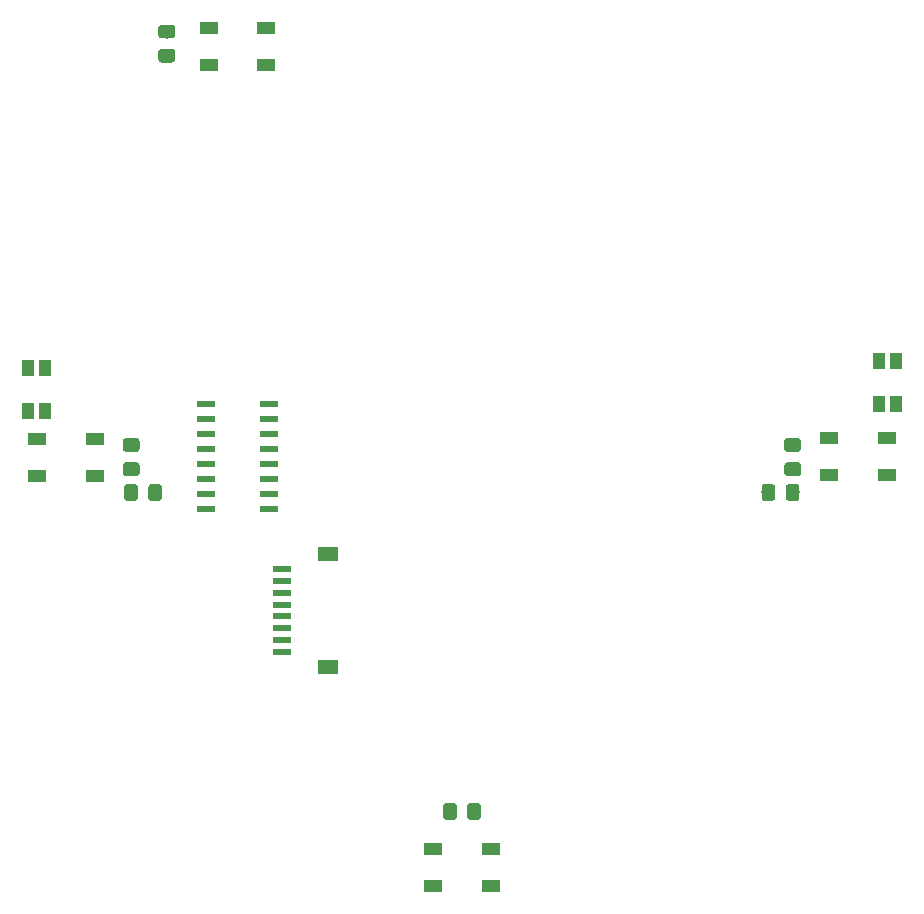
<source format=gbr>
G04 #@! TF.GenerationSoftware,KiCad,Pcbnew,(5.0.0)*
G04 #@! TF.CreationDate,2018-11-06T14:21:20+09:00*
G04 #@! TF.ProjectId,handheld_machine_back,68616E6468656C645F6D616368696E65,rev?*
G04 #@! TF.SameCoordinates,Original*
G04 #@! TF.FileFunction,Paste,Top*
G04 #@! TF.FilePolarity,Positive*
%FSLAX46Y46*%
G04 Gerber Fmt 4.6, Leading zero omitted, Abs format (unit mm)*
G04 Created by KiCad (PCBNEW (5.0.0)) date 11/06/18 14:21:20*
%MOMM*%
%LPD*%
G01*
G04 APERTURE LIST*
%ADD10C,0.100000*%
%ADD11C,1.150000*%
%ADD12R,1.050000X1.400000*%
%ADD13R,1.500000X0.600000*%
%ADD14R,1.500000X1.000000*%
%ADD15R,1.800000X1.200000*%
%ADD16R,1.550000X0.600000*%
G04 APERTURE END LIST*
D10*
G04 #@! TO.C,R1*
G36*
X166349505Y-114301204D02*
X166373773Y-114304804D01*
X166397572Y-114310765D01*
X166420671Y-114319030D01*
X166442850Y-114329520D01*
X166463893Y-114342132D01*
X166483599Y-114356747D01*
X166501777Y-114373223D01*
X166518253Y-114391401D01*
X166532868Y-114411107D01*
X166545480Y-114432150D01*
X166555970Y-114454329D01*
X166564235Y-114477428D01*
X166570196Y-114501227D01*
X166573796Y-114525495D01*
X166575000Y-114549999D01*
X166575000Y-115450001D01*
X166573796Y-115474505D01*
X166570196Y-115498773D01*
X166564235Y-115522572D01*
X166555970Y-115545671D01*
X166545480Y-115567850D01*
X166532868Y-115588893D01*
X166518253Y-115608599D01*
X166501777Y-115626777D01*
X166483599Y-115643253D01*
X166463893Y-115657868D01*
X166442850Y-115670480D01*
X166420671Y-115680970D01*
X166397572Y-115689235D01*
X166373773Y-115695196D01*
X166349505Y-115698796D01*
X166325001Y-115700000D01*
X165674999Y-115700000D01*
X165650495Y-115698796D01*
X165626227Y-115695196D01*
X165602428Y-115689235D01*
X165579329Y-115680970D01*
X165557150Y-115670480D01*
X165536107Y-115657868D01*
X165516401Y-115643253D01*
X165498223Y-115626777D01*
X165481747Y-115608599D01*
X165467132Y-115588893D01*
X165454520Y-115567850D01*
X165444030Y-115545671D01*
X165435765Y-115522572D01*
X165429804Y-115498773D01*
X165426204Y-115474505D01*
X165425000Y-115450001D01*
X165425000Y-114549999D01*
X165426204Y-114525495D01*
X165429804Y-114501227D01*
X165435765Y-114477428D01*
X165444030Y-114454329D01*
X165454520Y-114432150D01*
X165467132Y-114411107D01*
X165481747Y-114391401D01*
X165498223Y-114373223D01*
X165516401Y-114356747D01*
X165536107Y-114342132D01*
X165557150Y-114329520D01*
X165579329Y-114319030D01*
X165602428Y-114310765D01*
X165626227Y-114304804D01*
X165650495Y-114301204D01*
X165674999Y-114300000D01*
X166325001Y-114300000D01*
X166349505Y-114301204D01*
X166349505Y-114301204D01*
G37*
D11*
X166000000Y-115000000D03*
D10*
G36*
X164299505Y-114301204D02*
X164323773Y-114304804D01*
X164347572Y-114310765D01*
X164370671Y-114319030D01*
X164392850Y-114329520D01*
X164413893Y-114342132D01*
X164433599Y-114356747D01*
X164451777Y-114373223D01*
X164468253Y-114391401D01*
X164482868Y-114411107D01*
X164495480Y-114432150D01*
X164505970Y-114454329D01*
X164514235Y-114477428D01*
X164520196Y-114501227D01*
X164523796Y-114525495D01*
X164525000Y-114549999D01*
X164525000Y-115450001D01*
X164523796Y-115474505D01*
X164520196Y-115498773D01*
X164514235Y-115522572D01*
X164505970Y-115545671D01*
X164495480Y-115567850D01*
X164482868Y-115588893D01*
X164468253Y-115608599D01*
X164451777Y-115626777D01*
X164433599Y-115643253D01*
X164413893Y-115657868D01*
X164392850Y-115670480D01*
X164370671Y-115680970D01*
X164347572Y-115689235D01*
X164323773Y-115695196D01*
X164299505Y-115698796D01*
X164275001Y-115700000D01*
X163624999Y-115700000D01*
X163600495Y-115698796D01*
X163576227Y-115695196D01*
X163552428Y-115689235D01*
X163529329Y-115680970D01*
X163507150Y-115670480D01*
X163486107Y-115657868D01*
X163466401Y-115643253D01*
X163448223Y-115626777D01*
X163431747Y-115608599D01*
X163417132Y-115588893D01*
X163404520Y-115567850D01*
X163394030Y-115545671D01*
X163385765Y-115522572D01*
X163379804Y-115498773D01*
X163376204Y-115474505D01*
X163375000Y-115450001D01*
X163375000Y-114549999D01*
X163376204Y-114525495D01*
X163379804Y-114501227D01*
X163385765Y-114477428D01*
X163394030Y-114454329D01*
X163404520Y-114432150D01*
X163417132Y-114411107D01*
X163431747Y-114391401D01*
X163448223Y-114373223D01*
X163466401Y-114356747D01*
X163486107Y-114342132D01*
X163507150Y-114329520D01*
X163529329Y-114319030D01*
X163552428Y-114310765D01*
X163576227Y-114304804D01*
X163600495Y-114301204D01*
X163624999Y-114300000D01*
X164275001Y-114300000D01*
X164299505Y-114301204D01*
X164299505Y-114301204D01*
G37*
D11*
X163950000Y-115000000D03*
G04 #@! TD*
D10*
G04 #@! TO.C,R2*
G36*
X112374505Y-114301204D02*
X112398773Y-114304804D01*
X112422572Y-114310765D01*
X112445671Y-114319030D01*
X112467850Y-114329520D01*
X112488893Y-114342132D01*
X112508599Y-114356747D01*
X112526777Y-114373223D01*
X112543253Y-114391401D01*
X112557868Y-114411107D01*
X112570480Y-114432150D01*
X112580970Y-114454329D01*
X112589235Y-114477428D01*
X112595196Y-114501227D01*
X112598796Y-114525495D01*
X112600000Y-114549999D01*
X112600000Y-115450001D01*
X112598796Y-115474505D01*
X112595196Y-115498773D01*
X112589235Y-115522572D01*
X112580970Y-115545671D01*
X112570480Y-115567850D01*
X112557868Y-115588893D01*
X112543253Y-115608599D01*
X112526777Y-115626777D01*
X112508599Y-115643253D01*
X112488893Y-115657868D01*
X112467850Y-115670480D01*
X112445671Y-115680970D01*
X112422572Y-115689235D01*
X112398773Y-115695196D01*
X112374505Y-115698796D01*
X112350001Y-115700000D01*
X111699999Y-115700000D01*
X111675495Y-115698796D01*
X111651227Y-115695196D01*
X111627428Y-115689235D01*
X111604329Y-115680970D01*
X111582150Y-115670480D01*
X111561107Y-115657868D01*
X111541401Y-115643253D01*
X111523223Y-115626777D01*
X111506747Y-115608599D01*
X111492132Y-115588893D01*
X111479520Y-115567850D01*
X111469030Y-115545671D01*
X111460765Y-115522572D01*
X111454804Y-115498773D01*
X111451204Y-115474505D01*
X111450000Y-115450001D01*
X111450000Y-114549999D01*
X111451204Y-114525495D01*
X111454804Y-114501227D01*
X111460765Y-114477428D01*
X111469030Y-114454329D01*
X111479520Y-114432150D01*
X111492132Y-114411107D01*
X111506747Y-114391401D01*
X111523223Y-114373223D01*
X111541401Y-114356747D01*
X111561107Y-114342132D01*
X111582150Y-114329520D01*
X111604329Y-114319030D01*
X111627428Y-114310765D01*
X111651227Y-114304804D01*
X111675495Y-114301204D01*
X111699999Y-114300000D01*
X112350001Y-114300000D01*
X112374505Y-114301204D01*
X112374505Y-114301204D01*
G37*
D11*
X112025000Y-115000000D03*
D10*
G36*
X110324505Y-114301204D02*
X110348773Y-114304804D01*
X110372572Y-114310765D01*
X110395671Y-114319030D01*
X110417850Y-114329520D01*
X110438893Y-114342132D01*
X110458599Y-114356747D01*
X110476777Y-114373223D01*
X110493253Y-114391401D01*
X110507868Y-114411107D01*
X110520480Y-114432150D01*
X110530970Y-114454329D01*
X110539235Y-114477428D01*
X110545196Y-114501227D01*
X110548796Y-114525495D01*
X110550000Y-114549999D01*
X110550000Y-115450001D01*
X110548796Y-115474505D01*
X110545196Y-115498773D01*
X110539235Y-115522572D01*
X110530970Y-115545671D01*
X110520480Y-115567850D01*
X110507868Y-115588893D01*
X110493253Y-115608599D01*
X110476777Y-115626777D01*
X110458599Y-115643253D01*
X110438893Y-115657868D01*
X110417850Y-115670480D01*
X110395671Y-115680970D01*
X110372572Y-115689235D01*
X110348773Y-115695196D01*
X110324505Y-115698796D01*
X110300001Y-115700000D01*
X109649999Y-115700000D01*
X109625495Y-115698796D01*
X109601227Y-115695196D01*
X109577428Y-115689235D01*
X109554329Y-115680970D01*
X109532150Y-115670480D01*
X109511107Y-115657868D01*
X109491401Y-115643253D01*
X109473223Y-115626777D01*
X109456747Y-115608599D01*
X109442132Y-115588893D01*
X109429520Y-115567850D01*
X109419030Y-115545671D01*
X109410765Y-115522572D01*
X109404804Y-115498773D01*
X109401204Y-115474505D01*
X109400000Y-115450001D01*
X109400000Y-114549999D01*
X109401204Y-114525495D01*
X109404804Y-114501227D01*
X109410765Y-114477428D01*
X109419030Y-114454329D01*
X109429520Y-114432150D01*
X109442132Y-114411107D01*
X109456747Y-114391401D01*
X109473223Y-114373223D01*
X109491401Y-114356747D01*
X109511107Y-114342132D01*
X109532150Y-114329520D01*
X109554329Y-114319030D01*
X109577428Y-114310765D01*
X109601227Y-114304804D01*
X109625495Y-114301204D01*
X109649999Y-114300000D01*
X110300001Y-114300000D01*
X110324505Y-114301204D01*
X110324505Y-114301204D01*
G37*
D11*
X109975000Y-115000000D03*
G04 #@! TD*
D12*
G04 #@! TO.C,S1*
X101275000Y-108100000D03*
X101275000Y-104500000D03*
X102725000Y-108100000D03*
X102725000Y-104500000D03*
G04 #@! TD*
G04 #@! TO.C,S2*
X173275000Y-107500000D03*
X173275000Y-103900000D03*
X174725000Y-107500000D03*
X174725000Y-103900000D03*
G04 #@! TD*
D13*
G04 #@! TO.C,U5*
X121700000Y-116445000D03*
X121700000Y-115175000D03*
X121700000Y-113905000D03*
X121700000Y-112635000D03*
X121700000Y-111365000D03*
X121700000Y-110095000D03*
X121700000Y-108825000D03*
X121700000Y-107555000D03*
X116300000Y-107555000D03*
X116300000Y-108825000D03*
X116300000Y-110095000D03*
X116300000Y-111365000D03*
X116300000Y-112635000D03*
X116300000Y-113905000D03*
X116300000Y-115175000D03*
X116300000Y-116445000D03*
G04 #@! TD*
D10*
G04 #@! TO.C,C1*
G36*
X113474505Y-77451204D02*
X113498773Y-77454804D01*
X113522572Y-77460765D01*
X113545671Y-77469030D01*
X113567850Y-77479520D01*
X113588893Y-77492132D01*
X113608599Y-77506747D01*
X113626777Y-77523223D01*
X113643253Y-77541401D01*
X113657868Y-77561107D01*
X113670480Y-77582150D01*
X113680970Y-77604329D01*
X113689235Y-77627428D01*
X113695196Y-77651227D01*
X113698796Y-77675495D01*
X113700000Y-77699999D01*
X113700000Y-78350001D01*
X113698796Y-78374505D01*
X113695196Y-78398773D01*
X113689235Y-78422572D01*
X113680970Y-78445671D01*
X113670480Y-78467850D01*
X113657868Y-78488893D01*
X113643253Y-78508599D01*
X113626777Y-78526777D01*
X113608599Y-78543253D01*
X113588893Y-78557868D01*
X113567850Y-78570480D01*
X113545671Y-78580970D01*
X113522572Y-78589235D01*
X113498773Y-78595196D01*
X113474505Y-78598796D01*
X113450001Y-78600000D01*
X112549999Y-78600000D01*
X112525495Y-78598796D01*
X112501227Y-78595196D01*
X112477428Y-78589235D01*
X112454329Y-78580970D01*
X112432150Y-78570480D01*
X112411107Y-78557868D01*
X112391401Y-78543253D01*
X112373223Y-78526777D01*
X112356747Y-78508599D01*
X112342132Y-78488893D01*
X112329520Y-78467850D01*
X112319030Y-78445671D01*
X112310765Y-78422572D01*
X112304804Y-78398773D01*
X112301204Y-78374505D01*
X112300000Y-78350001D01*
X112300000Y-77699999D01*
X112301204Y-77675495D01*
X112304804Y-77651227D01*
X112310765Y-77627428D01*
X112319030Y-77604329D01*
X112329520Y-77582150D01*
X112342132Y-77561107D01*
X112356747Y-77541401D01*
X112373223Y-77523223D01*
X112391401Y-77506747D01*
X112411107Y-77492132D01*
X112432150Y-77479520D01*
X112454329Y-77469030D01*
X112477428Y-77460765D01*
X112501227Y-77454804D01*
X112525495Y-77451204D01*
X112549999Y-77450000D01*
X113450001Y-77450000D01*
X113474505Y-77451204D01*
X113474505Y-77451204D01*
G37*
D11*
X113000000Y-78025000D03*
D10*
G36*
X113474505Y-75401204D02*
X113498773Y-75404804D01*
X113522572Y-75410765D01*
X113545671Y-75419030D01*
X113567850Y-75429520D01*
X113588893Y-75442132D01*
X113608599Y-75456747D01*
X113626777Y-75473223D01*
X113643253Y-75491401D01*
X113657868Y-75511107D01*
X113670480Y-75532150D01*
X113680970Y-75554329D01*
X113689235Y-75577428D01*
X113695196Y-75601227D01*
X113698796Y-75625495D01*
X113700000Y-75649999D01*
X113700000Y-76300001D01*
X113698796Y-76324505D01*
X113695196Y-76348773D01*
X113689235Y-76372572D01*
X113680970Y-76395671D01*
X113670480Y-76417850D01*
X113657868Y-76438893D01*
X113643253Y-76458599D01*
X113626777Y-76476777D01*
X113608599Y-76493253D01*
X113588893Y-76507868D01*
X113567850Y-76520480D01*
X113545671Y-76530970D01*
X113522572Y-76539235D01*
X113498773Y-76545196D01*
X113474505Y-76548796D01*
X113450001Y-76550000D01*
X112549999Y-76550000D01*
X112525495Y-76548796D01*
X112501227Y-76545196D01*
X112477428Y-76539235D01*
X112454329Y-76530970D01*
X112432150Y-76520480D01*
X112411107Y-76507868D01*
X112391401Y-76493253D01*
X112373223Y-76476777D01*
X112356747Y-76458599D01*
X112342132Y-76438893D01*
X112329520Y-76417850D01*
X112319030Y-76395671D01*
X112310765Y-76372572D01*
X112304804Y-76348773D01*
X112301204Y-76324505D01*
X112300000Y-76300001D01*
X112300000Y-75649999D01*
X112301204Y-75625495D01*
X112304804Y-75601227D01*
X112310765Y-75577428D01*
X112319030Y-75554329D01*
X112329520Y-75532150D01*
X112342132Y-75511107D01*
X112356747Y-75491401D01*
X112373223Y-75473223D01*
X112391401Y-75456747D01*
X112411107Y-75442132D01*
X112432150Y-75429520D01*
X112454329Y-75419030D01*
X112477428Y-75410765D01*
X112501227Y-75404804D01*
X112525495Y-75401204D01*
X112549999Y-75400000D01*
X113450001Y-75400000D01*
X113474505Y-75401204D01*
X113474505Y-75401204D01*
G37*
D11*
X113000000Y-75975000D03*
G04 #@! TD*
D10*
G04 #@! TO.C,C2*
G36*
X137324505Y-141301204D02*
X137348773Y-141304804D01*
X137372572Y-141310765D01*
X137395671Y-141319030D01*
X137417850Y-141329520D01*
X137438893Y-141342132D01*
X137458599Y-141356747D01*
X137476777Y-141373223D01*
X137493253Y-141391401D01*
X137507868Y-141411107D01*
X137520480Y-141432150D01*
X137530970Y-141454329D01*
X137539235Y-141477428D01*
X137545196Y-141501227D01*
X137548796Y-141525495D01*
X137550000Y-141549999D01*
X137550000Y-142450001D01*
X137548796Y-142474505D01*
X137545196Y-142498773D01*
X137539235Y-142522572D01*
X137530970Y-142545671D01*
X137520480Y-142567850D01*
X137507868Y-142588893D01*
X137493253Y-142608599D01*
X137476777Y-142626777D01*
X137458599Y-142643253D01*
X137438893Y-142657868D01*
X137417850Y-142670480D01*
X137395671Y-142680970D01*
X137372572Y-142689235D01*
X137348773Y-142695196D01*
X137324505Y-142698796D01*
X137300001Y-142700000D01*
X136649999Y-142700000D01*
X136625495Y-142698796D01*
X136601227Y-142695196D01*
X136577428Y-142689235D01*
X136554329Y-142680970D01*
X136532150Y-142670480D01*
X136511107Y-142657868D01*
X136491401Y-142643253D01*
X136473223Y-142626777D01*
X136456747Y-142608599D01*
X136442132Y-142588893D01*
X136429520Y-142567850D01*
X136419030Y-142545671D01*
X136410765Y-142522572D01*
X136404804Y-142498773D01*
X136401204Y-142474505D01*
X136400000Y-142450001D01*
X136400000Y-141549999D01*
X136401204Y-141525495D01*
X136404804Y-141501227D01*
X136410765Y-141477428D01*
X136419030Y-141454329D01*
X136429520Y-141432150D01*
X136442132Y-141411107D01*
X136456747Y-141391401D01*
X136473223Y-141373223D01*
X136491401Y-141356747D01*
X136511107Y-141342132D01*
X136532150Y-141329520D01*
X136554329Y-141319030D01*
X136577428Y-141310765D01*
X136601227Y-141304804D01*
X136625495Y-141301204D01*
X136649999Y-141300000D01*
X137300001Y-141300000D01*
X137324505Y-141301204D01*
X137324505Y-141301204D01*
G37*
D11*
X136975000Y-142000000D03*
D10*
G36*
X139374505Y-141301204D02*
X139398773Y-141304804D01*
X139422572Y-141310765D01*
X139445671Y-141319030D01*
X139467850Y-141329520D01*
X139488893Y-141342132D01*
X139508599Y-141356747D01*
X139526777Y-141373223D01*
X139543253Y-141391401D01*
X139557868Y-141411107D01*
X139570480Y-141432150D01*
X139580970Y-141454329D01*
X139589235Y-141477428D01*
X139595196Y-141501227D01*
X139598796Y-141525495D01*
X139600000Y-141549999D01*
X139600000Y-142450001D01*
X139598796Y-142474505D01*
X139595196Y-142498773D01*
X139589235Y-142522572D01*
X139580970Y-142545671D01*
X139570480Y-142567850D01*
X139557868Y-142588893D01*
X139543253Y-142608599D01*
X139526777Y-142626777D01*
X139508599Y-142643253D01*
X139488893Y-142657868D01*
X139467850Y-142670480D01*
X139445671Y-142680970D01*
X139422572Y-142689235D01*
X139398773Y-142695196D01*
X139374505Y-142698796D01*
X139350001Y-142700000D01*
X138699999Y-142700000D01*
X138675495Y-142698796D01*
X138651227Y-142695196D01*
X138627428Y-142689235D01*
X138604329Y-142680970D01*
X138582150Y-142670480D01*
X138561107Y-142657868D01*
X138541401Y-142643253D01*
X138523223Y-142626777D01*
X138506747Y-142608599D01*
X138492132Y-142588893D01*
X138479520Y-142567850D01*
X138469030Y-142545671D01*
X138460765Y-142522572D01*
X138454804Y-142498773D01*
X138451204Y-142474505D01*
X138450000Y-142450001D01*
X138450000Y-141549999D01*
X138451204Y-141525495D01*
X138454804Y-141501227D01*
X138460765Y-141477428D01*
X138469030Y-141454329D01*
X138479520Y-141432150D01*
X138492132Y-141411107D01*
X138506747Y-141391401D01*
X138523223Y-141373223D01*
X138541401Y-141356747D01*
X138561107Y-141342132D01*
X138582150Y-141329520D01*
X138604329Y-141319030D01*
X138627428Y-141310765D01*
X138651227Y-141304804D01*
X138675495Y-141301204D01*
X138699999Y-141300000D01*
X139350001Y-141300000D01*
X139374505Y-141301204D01*
X139374505Y-141301204D01*
G37*
D11*
X139025000Y-142000000D03*
G04 #@! TD*
D10*
G04 #@! TO.C,C3*
G36*
X110474505Y-112451204D02*
X110498773Y-112454804D01*
X110522572Y-112460765D01*
X110545671Y-112469030D01*
X110567850Y-112479520D01*
X110588893Y-112492132D01*
X110608599Y-112506747D01*
X110626777Y-112523223D01*
X110643253Y-112541401D01*
X110657868Y-112561107D01*
X110670480Y-112582150D01*
X110680970Y-112604329D01*
X110689235Y-112627428D01*
X110695196Y-112651227D01*
X110698796Y-112675495D01*
X110700000Y-112699999D01*
X110700000Y-113350001D01*
X110698796Y-113374505D01*
X110695196Y-113398773D01*
X110689235Y-113422572D01*
X110680970Y-113445671D01*
X110670480Y-113467850D01*
X110657868Y-113488893D01*
X110643253Y-113508599D01*
X110626777Y-113526777D01*
X110608599Y-113543253D01*
X110588893Y-113557868D01*
X110567850Y-113570480D01*
X110545671Y-113580970D01*
X110522572Y-113589235D01*
X110498773Y-113595196D01*
X110474505Y-113598796D01*
X110450001Y-113600000D01*
X109549999Y-113600000D01*
X109525495Y-113598796D01*
X109501227Y-113595196D01*
X109477428Y-113589235D01*
X109454329Y-113580970D01*
X109432150Y-113570480D01*
X109411107Y-113557868D01*
X109391401Y-113543253D01*
X109373223Y-113526777D01*
X109356747Y-113508599D01*
X109342132Y-113488893D01*
X109329520Y-113467850D01*
X109319030Y-113445671D01*
X109310765Y-113422572D01*
X109304804Y-113398773D01*
X109301204Y-113374505D01*
X109300000Y-113350001D01*
X109300000Y-112699999D01*
X109301204Y-112675495D01*
X109304804Y-112651227D01*
X109310765Y-112627428D01*
X109319030Y-112604329D01*
X109329520Y-112582150D01*
X109342132Y-112561107D01*
X109356747Y-112541401D01*
X109373223Y-112523223D01*
X109391401Y-112506747D01*
X109411107Y-112492132D01*
X109432150Y-112479520D01*
X109454329Y-112469030D01*
X109477428Y-112460765D01*
X109501227Y-112454804D01*
X109525495Y-112451204D01*
X109549999Y-112450000D01*
X110450001Y-112450000D01*
X110474505Y-112451204D01*
X110474505Y-112451204D01*
G37*
D11*
X110000000Y-113025000D03*
D10*
G36*
X110474505Y-110401204D02*
X110498773Y-110404804D01*
X110522572Y-110410765D01*
X110545671Y-110419030D01*
X110567850Y-110429520D01*
X110588893Y-110442132D01*
X110608599Y-110456747D01*
X110626777Y-110473223D01*
X110643253Y-110491401D01*
X110657868Y-110511107D01*
X110670480Y-110532150D01*
X110680970Y-110554329D01*
X110689235Y-110577428D01*
X110695196Y-110601227D01*
X110698796Y-110625495D01*
X110700000Y-110649999D01*
X110700000Y-111300001D01*
X110698796Y-111324505D01*
X110695196Y-111348773D01*
X110689235Y-111372572D01*
X110680970Y-111395671D01*
X110670480Y-111417850D01*
X110657868Y-111438893D01*
X110643253Y-111458599D01*
X110626777Y-111476777D01*
X110608599Y-111493253D01*
X110588893Y-111507868D01*
X110567850Y-111520480D01*
X110545671Y-111530970D01*
X110522572Y-111539235D01*
X110498773Y-111545196D01*
X110474505Y-111548796D01*
X110450001Y-111550000D01*
X109549999Y-111550000D01*
X109525495Y-111548796D01*
X109501227Y-111545196D01*
X109477428Y-111539235D01*
X109454329Y-111530970D01*
X109432150Y-111520480D01*
X109411107Y-111507868D01*
X109391401Y-111493253D01*
X109373223Y-111476777D01*
X109356747Y-111458599D01*
X109342132Y-111438893D01*
X109329520Y-111417850D01*
X109319030Y-111395671D01*
X109310765Y-111372572D01*
X109304804Y-111348773D01*
X109301204Y-111324505D01*
X109300000Y-111300001D01*
X109300000Y-110649999D01*
X109301204Y-110625495D01*
X109304804Y-110601227D01*
X109310765Y-110577428D01*
X109319030Y-110554329D01*
X109329520Y-110532150D01*
X109342132Y-110511107D01*
X109356747Y-110491401D01*
X109373223Y-110473223D01*
X109391401Y-110456747D01*
X109411107Y-110442132D01*
X109432150Y-110429520D01*
X109454329Y-110419030D01*
X109477428Y-110410765D01*
X109501227Y-110404804D01*
X109525495Y-110401204D01*
X109549999Y-110400000D01*
X110450001Y-110400000D01*
X110474505Y-110401204D01*
X110474505Y-110401204D01*
G37*
D11*
X110000000Y-110975000D03*
G04 #@! TD*
D10*
G04 #@! TO.C,C4*
G36*
X166474505Y-110401204D02*
X166498773Y-110404804D01*
X166522572Y-110410765D01*
X166545671Y-110419030D01*
X166567850Y-110429520D01*
X166588893Y-110442132D01*
X166608599Y-110456747D01*
X166626777Y-110473223D01*
X166643253Y-110491401D01*
X166657868Y-110511107D01*
X166670480Y-110532150D01*
X166680970Y-110554329D01*
X166689235Y-110577428D01*
X166695196Y-110601227D01*
X166698796Y-110625495D01*
X166700000Y-110649999D01*
X166700000Y-111300001D01*
X166698796Y-111324505D01*
X166695196Y-111348773D01*
X166689235Y-111372572D01*
X166680970Y-111395671D01*
X166670480Y-111417850D01*
X166657868Y-111438893D01*
X166643253Y-111458599D01*
X166626777Y-111476777D01*
X166608599Y-111493253D01*
X166588893Y-111507868D01*
X166567850Y-111520480D01*
X166545671Y-111530970D01*
X166522572Y-111539235D01*
X166498773Y-111545196D01*
X166474505Y-111548796D01*
X166450001Y-111550000D01*
X165549999Y-111550000D01*
X165525495Y-111548796D01*
X165501227Y-111545196D01*
X165477428Y-111539235D01*
X165454329Y-111530970D01*
X165432150Y-111520480D01*
X165411107Y-111507868D01*
X165391401Y-111493253D01*
X165373223Y-111476777D01*
X165356747Y-111458599D01*
X165342132Y-111438893D01*
X165329520Y-111417850D01*
X165319030Y-111395671D01*
X165310765Y-111372572D01*
X165304804Y-111348773D01*
X165301204Y-111324505D01*
X165300000Y-111300001D01*
X165300000Y-110649999D01*
X165301204Y-110625495D01*
X165304804Y-110601227D01*
X165310765Y-110577428D01*
X165319030Y-110554329D01*
X165329520Y-110532150D01*
X165342132Y-110511107D01*
X165356747Y-110491401D01*
X165373223Y-110473223D01*
X165391401Y-110456747D01*
X165411107Y-110442132D01*
X165432150Y-110429520D01*
X165454329Y-110419030D01*
X165477428Y-110410765D01*
X165501227Y-110404804D01*
X165525495Y-110401204D01*
X165549999Y-110400000D01*
X166450001Y-110400000D01*
X166474505Y-110401204D01*
X166474505Y-110401204D01*
G37*
D11*
X166000000Y-110975000D03*
D10*
G36*
X166474505Y-112451204D02*
X166498773Y-112454804D01*
X166522572Y-112460765D01*
X166545671Y-112469030D01*
X166567850Y-112479520D01*
X166588893Y-112492132D01*
X166608599Y-112506747D01*
X166626777Y-112523223D01*
X166643253Y-112541401D01*
X166657868Y-112561107D01*
X166670480Y-112582150D01*
X166680970Y-112604329D01*
X166689235Y-112627428D01*
X166695196Y-112651227D01*
X166698796Y-112675495D01*
X166700000Y-112699999D01*
X166700000Y-113350001D01*
X166698796Y-113374505D01*
X166695196Y-113398773D01*
X166689235Y-113422572D01*
X166680970Y-113445671D01*
X166670480Y-113467850D01*
X166657868Y-113488893D01*
X166643253Y-113508599D01*
X166626777Y-113526777D01*
X166608599Y-113543253D01*
X166588893Y-113557868D01*
X166567850Y-113570480D01*
X166545671Y-113580970D01*
X166522572Y-113589235D01*
X166498773Y-113595196D01*
X166474505Y-113598796D01*
X166450001Y-113600000D01*
X165549999Y-113600000D01*
X165525495Y-113598796D01*
X165501227Y-113595196D01*
X165477428Y-113589235D01*
X165454329Y-113580970D01*
X165432150Y-113570480D01*
X165411107Y-113557868D01*
X165391401Y-113543253D01*
X165373223Y-113526777D01*
X165356747Y-113508599D01*
X165342132Y-113488893D01*
X165329520Y-113467850D01*
X165319030Y-113445671D01*
X165310765Y-113422572D01*
X165304804Y-113398773D01*
X165301204Y-113374505D01*
X165300000Y-113350001D01*
X165300000Y-112699999D01*
X165301204Y-112675495D01*
X165304804Y-112651227D01*
X165310765Y-112627428D01*
X165319030Y-112604329D01*
X165329520Y-112582150D01*
X165342132Y-112561107D01*
X165356747Y-112541401D01*
X165373223Y-112523223D01*
X165391401Y-112506747D01*
X165411107Y-112492132D01*
X165432150Y-112479520D01*
X165454329Y-112469030D01*
X165477428Y-112460765D01*
X165501227Y-112454804D01*
X165525495Y-112451204D01*
X165549999Y-112450000D01*
X166450001Y-112450000D01*
X166474505Y-112451204D01*
X166474505Y-112451204D01*
G37*
D11*
X166000000Y-113025000D03*
G04 #@! TD*
D14*
G04 #@! TO.C,D1*
X121450000Y-78850000D03*
X121450000Y-75650000D03*
X116550000Y-78850000D03*
X116550000Y-75650000D03*
G04 #@! TD*
G04 #@! TO.C,D2*
X135550000Y-145150000D03*
X135550000Y-148350000D03*
X140450000Y-145150000D03*
X140450000Y-148350000D03*
G04 #@! TD*
G04 #@! TO.C,D3*
X106950000Y-113641000D03*
X106950000Y-110441000D03*
X102050000Y-113641000D03*
X102050000Y-110441000D03*
G04 #@! TD*
G04 #@! TO.C,D4*
X169050000Y-110359000D03*
X169050000Y-113559000D03*
X173950000Y-110359000D03*
X173950000Y-113559000D03*
G04 #@! TD*
D15*
G04 #@! TO.C,J2*
X126625000Y-120200000D03*
X126625000Y-129800000D03*
D16*
X122750000Y-121500000D03*
X122750000Y-122500000D03*
X122750000Y-123500000D03*
X122750000Y-124500000D03*
X122750000Y-125500000D03*
X122750000Y-126500000D03*
X122750000Y-127500000D03*
X122750000Y-128500000D03*
G04 #@! TD*
M02*

</source>
